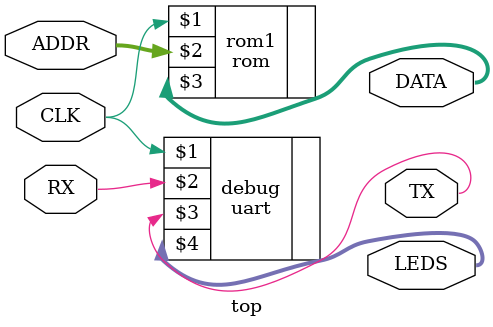
<source format=v>
module top (
	input  CLK,
	input  RX,
  input [12:0] ADDR,
	output TX,
	output [7:0] DATA,
  output reg [4:0] LEDS
);

  // ROM simulator instance
  rom rom1(CLK, ADDR, DATA);

  // UART instance
  uart debug(CLK, RX, TX, LEDS);

endmodule

</source>
